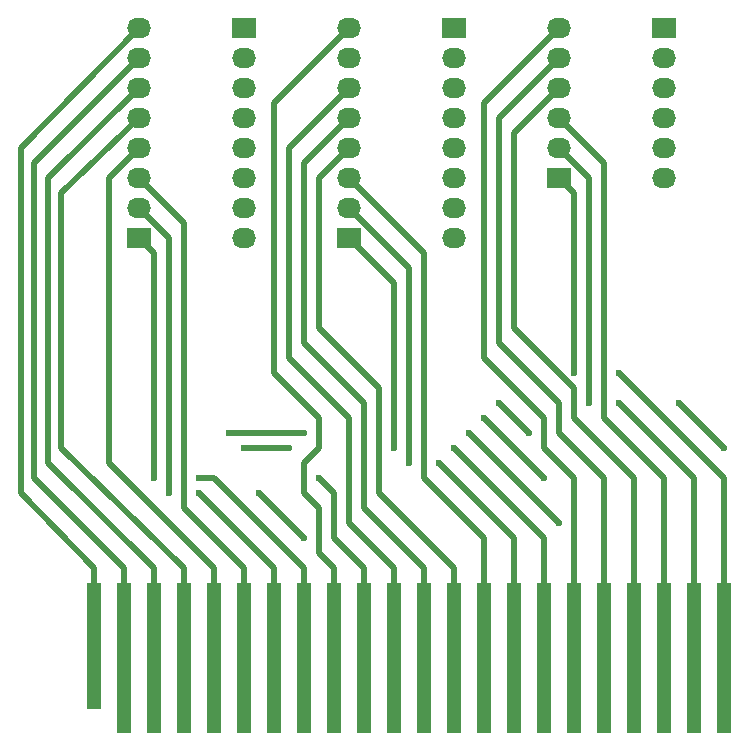
<source format=gtl>
G04 #@! TF.FileFunction,Copper,L1,Top,Signal*
%FSLAX46Y46*%
G04 Gerber Fmt 4.6, Leading zero omitted, Abs format (unit mm)*
G04 Created by KiCad (PCBNEW 4.0.5+dfsg1-4) date Thu Feb 16 23:59:51 2017*
%MOMM*%
%LPD*%
G01*
G04 APERTURE LIST*
%ADD10C,0.100000*%
%ADD11R,2.032000X1.727200*%
%ADD12O,2.032000X1.727200*%
%ADD13R,1.270000X10.700000*%
%ADD14R,1.270000X12.700000*%
%ADD15C,0.600000*%
%ADD16C,0.500000*%
G04 APERTURE END LIST*
D10*
D11*
X80010000Y-85090000D03*
D12*
X80010000Y-82550000D03*
X80010000Y-80010000D03*
X80010000Y-77470000D03*
X80010000Y-74930000D03*
X80010000Y-72390000D03*
X80010000Y-69850000D03*
X80010000Y-67310000D03*
D11*
X97790000Y-85090000D03*
D12*
X97790000Y-82550000D03*
X97790000Y-80010000D03*
X97790000Y-77470000D03*
X97790000Y-74930000D03*
X97790000Y-72390000D03*
X97790000Y-69850000D03*
X97790000Y-67310000D03*
D11*
X115570000Y-80010000D03*
D12*
X115570000Y-77470000D03*
X115570000Y-74930000D03*
X115570000Y-72390000D03*
X115570000Y-69850000D03*
X115570000Y-67310000D03*
D11*
X124460000Y-67310000D03*
D12*
X124460000Y-69850000D03*
X124460000Y-72390000D03*
X124460000Y-74930000D03*
X124460000Y-77470000D03*
X124460000Y-80010000D03*
D11*
X106680000Y-67310000D03*
D12*
X106680000Y-69850000D03*
X106680000Y-72390000D03*
X106680000Y-74930000D03*
X106680000Y-77470000D03*
X106680000Y-80010000D03*
X106680000Y-82550000D03*
X106680000Y-85090000D03*
D11*
X88900000Y-67310000D03*
D12*
X88900000Y-69850000D03*
X88900000Y-72390000D03*
X88900000Y-74930000D03*
X88900000Y-77470000D03*
X88900000Y-80010000D03*
X88900000Y-82550000D03*
X88900000Y-85090000D03*
D13*
X76200000Y-119650000D03*
D14*
X78740000Y-120650000D03*
X81280000Y-120650000D03*
X83820000Y-120650000D03*
X86360000Y-120650000D03*
X88900000Y-120650000D03*
X91440000Y-120650000D03*
X93980000Y-120650000D03*
X96520000Y-120650000D03*
X99060000Y-120650000D03*
X101600000Y-120650000D03*
X104140000Y-120650000D03*
X106680000Y-120650000D03*
X109220000Y-120650000D03*
X111760000Y-120650000D03*
X114300000Y-120650000D03*
X116840000Y-120650000D03*
X119380000Y-120650000D03*
X121920000Y-120650000D03*
X124460000Y-120650000D03*
X127000000Y-120650000D03*
X129540000Y-120650000D03*
D15*
X82550000Y-106680000D03*
X85090000Y-106680000D03*
X81280000Y-105410000D03*
X85090000Y-105410000D03*
X102870000Y-104140000D03*
X105410000Y-104140000D03*
X101600000Y-102870000D03*
X106680000Y-102870000D03*
X118110000Y-99060000D03*
X120650000Y-99060000D03*
X116840000Y-96520000D03*
X120650000Y-96520000D03*
X93980000Y-101600000D03*
X87630000Y-101600000D03*
X92710000Y-102870000D03*
X88900000Y-102870000D03*
X90170000Y-106680000D03*
X93980000Y-110490000D03*
X110490000Y-99060000D03*
X113030000Y-101600000D03*
X109220000Y-100330000D03*
X114300000Y-105410000D03*
X107950000Y-101600000D03*
X115570000Y-109220000D03*
X125730000Y-99060000D03*
X129540000Y-102870000D03*
X95250000Y-105410000D03*
D16*
X81280000Y-120650000D02*
X81280000Y-113030000D01*
X72263000Y-80010000D02*
X80010000Y-72390000D01*
X72263000Y-104140000D02*
X72263000Y-80010000D01*
X81280000Y-113030000D02*
X72263000Y-104140000D01*
X78740000Y-120650000D02*
X78740000Y-113030000D01*
X71120000Y-78740000D02*
X80010000Y-69850000D01*
X71120000Y-105410000D02*
X71120000Y-78740000D01*
X78740000Y-113030000D02*
X71120000Y-105410000D01*
X76200000Y-120650000D02*
X76200000Y-113030000D01*
X69977000Y-77470000D02*
X80010000Y-67310000D01*
X69977000Y-106680000D02*
X69977000Y-77470000D01*
X76200000Y-113030000D02*
X69977000Y-106680000D01*
X83820000Y-120650000D02*
X83820000Y-113030000D01*
X73406000Y-81280000D02*
X80010000Y-74930000D01*
X73406000Y-102870000D02*
X73406000Y-81280000D01*
X83820000Y-113030000D02*
X73406000Y-102870000D01*
X77470000Y-80010000D02*
X80010000Y-77470000D01*
X77470000Y-104140000D02*
X77470000Y-80010000D01*
X86360000Y-113030000D02*
X77470000Y-104140000D01*
X86360000Y-120650000D02*
X86360000Y-113030000D01*
X80010000Y-80010000D02*
X83820000Y-83820000D01*
X88900000Y-113030000D02*
X88900000Y-120650000D01*
X83820000Y-107950000D02*
X88900000Y-113030000D01*
X83820000Y-83820000D02*
X83820000Y-107950000D01*
X91440000Y-120650000D02*
X91440000Y-113030000D01*
X82550000Y-85090000D02*
X80010000Y-82550000D01*
X82550000Y-106680000D02*
X82550000Y-85090000D01*
X91440000Y-113030000D02*
X85090000Y-106680000D01*
X80010000Y-85090000D02*
X81280000Y-86360000D01*
X93980000Y-113030000D02*
X93980000Y-120650000D01*
X93980000Y-114300000D02*
X93980000Y-120650000D01*
X81280000Y-105410000D02*
X81280000Y-86360000D01*
X85090000Y-105410000D02*
X86360000Y-105410000D01*
X86360000Y-105410000D02*
X93980000Y-113030000D01*
X97790000Y-67310000D02*
X91440000Y-73660000D01*
X96520000Y-113030000D02*
X96520000Y-120650000D01*
X91440000Y-96520000D02*
X91440000Y-73660000D01*
X95250000Y-111760000D02*
X96520000Y-113030000D01*
X95250000Y-107950000D02*
X95250000Y-111760000D01*
X95250000Y-100330000D02*
X95250000Y-102870000D01*
X95250000Y-100330000D02*
X91440000Y-96520000D01*
X93980000Y-106680000D02*
X95250000Y-107950000D01*
X93980000Y-104140000D02*
X93980000Y-106680000D01*
X95250000Y-102870000D02*
X93980000Y-104140000D01*
X101600000Y-120650000D02*
X101600000Y-113030000D01*
X92710000Y-77470000D02*
X97790000Y-72390000D01*
X92710000Y-95250000D02*
X92710000Y-77470000D01*
X97790000Y-100330000D02*
X92710000Y-95250000D01*
X97790000Y-109220000D02*
X97790000Y-100330000D01*
X101600000Y-113030000D02*
X97790000Y-109220000D01*
X104140000Y-120650000D02*
X104140000Y-113030000D01*
X93980000Y-78740000D02*
X97790000Y-74930000D01*
X93980000Y-93980000D02*
X93980000Y-78740000D01*
X99060000Y-99060000D02*
X93980000Y-93980000D01*
X99060000Y-107950000D02*
X99060000Y-99060000D01*
X104140000Y-113030000D02*
X99060000Y-107950000D01*
X95250000Y-80010000D02*
X97790000Y-77470000D01*
X95250000Y-92710000D02*
X95250000Y-80010000D01*
X100330000Y-97790000D02*
X95250000Y-92710000D01*
X100330000Y-106680000D02*
X100330000Y-97790000D01*
X106680000Y-120650000D02*
X106680000Y-113030000D01*
X106680000Y-113030000D02*
X100330000Y-106680000D01*
X104140000Y-86360000D02*
X97790000Y-80010000D01*
X104140000Y-105410000D02*
X104140000Y-86360000D01*
X109220000Y-110490000D02*
X104140000Y-105410000D01*
X109220000Y-120650000D02*
X109220000Y-110490000D01*
X102870000Y-87630000D02*
X97790000Y-82550000D01*
X102870000Y-104140000D02*
X102870000Y-87630000D01*
X105410000Y-104140000D02*
X105410000Y-104140000D01*
X111760000Y-120650000D02*
X111760000Y-110490000D01*
X111760000Y-110490000D02*
X105410000Y-104140000D01*
X101600000Y-88900000D02*
X97790000Y-85090000D01*
X101600000Y-102870000D02*
X101600000Y-88900000D01*
X106680000Y-102870000D02*
X106680000Y-102870000D01*
X114300000Y-110490000D02*
X106680000Y-102870000D01*
X114300000Y-120650000D02*
X114300000Y-110490000D01*
X115570000Y-67310000D02*
X109220000Y-73660000D01*
X109220000Y-73660000D02*
X109220000Y-95250000D01*
X114300000Y-102870000D02*
X116840000Y-105410000D01*
X114300000Y-100330000D02*
X114300000Y-102870000D01*
X109220000Y-95250000D02*
X114300000Y-100330000D01*
X116840000Y-105410000D02*
X116840000Y-120650000D01*
X115570000Y-69850000D02*
X110490000Y-74930000D01*
X110490000Y-93980000D02*
X110490000Y-74930000D01*
X115570000Y-99060000D02*
X115570000Y-101600000D01*
X115570000Y-99060000D02*
X110490000Y-93980000D01*
X119380000Y-105410000D02*
X119380000Y-120650000D01*
X115570000Y-101600000D02*
X119380000Y-105410000D01*
X115570000Y-72390000D02*
X111760000Y-76200000D01*
X111760000Y-92710000D02*
X111760000Y-76200000D01*
X116840000Y-97790000D02*
X111760000Y-92710000D01*
X116840000Y-97790000D02*
X116840000Y-100330000D01*
X116840000Y-100330000D02*
X119380000Y-102870000D01*
X119380000Y-102870000D02*
X121920000Y-105410000D01*
X121920000Y-105410000D02*
X121920000Y-120650000D01*
X119380000Y-78740000D02*
X115570000Y-74930000D01*
X119380000Y-100330000D02*
X119380000Y-78740000D01*
X124460000Y-105410000D02*
X119380000Y-100330000D01*
X124460000Y-120650000D02*
X124460000Y-105410000D01*
X118110000Y-80010000D02*
X115570000Y-77470000D01*
X118110000Y-99060000D02*
X118110000Y-80010000D01*
X127000000Y-105410000D02*
X120650000Y-99060000D01*
X127000000Y-120650000D02*
X127000000Y-105410000D01*
X116840000Y-81280000D02*
X115570000Y-80010000D01*
X116840000Y-96520000D02*
X116840000Y-81280000D01*
X129540000Y-120650000D02*
X129540000Y-105410000D01*
X129540000Y-105410000D02*
X120650000Y-96520000D01*
X87630000Y-101600000D02*
X93980000Y-101600000D01*
X88900000Y-102870000D02*
X92710000Y-102870000D01*
X93980000Y-110490000D02*
X90170000Y-106680000D01*
X113030000Y-101600000D02*
X110490000Y-99060000D01*
X114300000Y-105410000D02*
X109220000Y-100330000D01*
X115570000Y-109220000D02*
X107950000Y-101600000D01*
X129540000Y-102870000D02*
X125730000Y-99060000D01*
X96520000Y-110490000D02*
X96520000Y-106680000D01*
X96520000Y-106680000D02*
X95250000Y-105410000D01*
X99060000Y-113030000D02*
X96520000Y-110490000D01*
X99060000Y-120650000D02*
X99060000Y-113030000D01*
M02*

</source>
